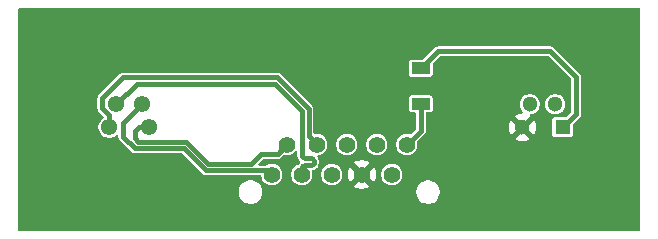
<source format=gtl>
G04 #@! TF.GenerationSoftware,KiCad,Pcbnew,9.0.4*
G04 #@! TF.CreationDate,2025-10-27T14:40:34-04:00*
G04 #@! TF.ProjectId,main_board_peripheral_v1,6d61696e-5f62-46f6-9172-645f70657269,rev?*
G04 #@! TF.SameCoordinates,Original*
G04 #@! TF.FileFunction,Copper,L1,Top*
G04 #@! TF.FilePolarity,Positive*
%FSLAX46Y46*%
G04 Gerber Fmt 4.6, Leading zero omitted, Abs format (unit mm)*
G04 Created by KiCad (PCBNEW 9.0.4) date 2025-10-27 14:40:34*
%MOMM*%
%LPD*%
G01*
G04 APERTURE LIST*
G04 #@! TA.AperFunction,ComponentPad*
%ADD10C,1.397000*%
G04 #@! TD*
G04 #@! TA.AperFunction,ComponentPad*
%ADD11R,1.300000X1.300000*%
G04 #@! TD*
G04 #@! TA.AperFunction,ComponentPad*
%ADD12C,1.300000*%
G04 #@! TD*
G04 #@! TA.AperFunction,ComponentPad*
%ADD13C,1.381000*%
G04 #@! TD*
G04 #@! TA.AperFunction,SMDPad,CuDef*
%ADD14R,1.600000X1.000000*%
G04 #@! TD*
G04 #@! TA.AperFunction,Conductor*
%ADD15C,0.200000*%
G04 #@! TD*
G04 #@! TA.AperFunction,Conductor*
%ADD16C,0.400000*%
G04 #@! TD*
G04 APERTURE END LIST*
D10*
X125880000Y-71500000D03*
X127150000Y-68960000D03*
X128420000Y-71500000D03*
X129690000Y-68960000D03*
X130960000Y-71500000D03*
X132230000Y-68960000D03*
X133500000Y-71500000D03*
X134770000Y-68960000D03*
X136040000Y-71500000D03*
X137310000Y-68960000D03*
D11*
X150500000Y-67500000D03*
D12*
X149875000Y-65550000D03*
X147100000Y-67500000D03*
X147725000Y-65550000D03*
D13*
X112100000Y-67500000D03*
X112725000Y-65550000D03*
X115500000Y-67500000D03*
X114875000Y-65550000D03*
D14*
X138500000Y-62500000D03*
X138500000Y-65500000D03*
D15*
X137990000Y-68280000D02*
X137310000Y-68960000D01*
X138030000Y-68280000D02*
X137990000Y-68280000D01*
D16*
X138030000Y-68280000D02*
X137350000Y-68960000D01*
X129010000Y-68240000D02*
X129690000Y-68920000D01*
X129690000Y-68920000D02*
X129690000Y-68960000D01*
X128420000Y-71500000D02*
X128420000Y-71008094D01*
X128420000Y-71008094D02*
X128460000Y-70968094D01*
X125560000Y-71140000D02*
X125920000Y-71500000D01*
X125225000Y-71140000D02*
X125560000Y-71140000D01*
X125880000Y-71460000D02*
X125560000Y-71140000D01*
X125880000Y-71500000D02*
X125880000Y-71460000D01*
X126587500Y-69522500D02*
X127150000Y-68960000D01*
X126587500Y-69562500D02*
X126587500Y-69522500D01*
X126587500Y-69562500D02*
X127190000Y-68960000D01*
X138500000Y-67810000D02*
X138030000Y-68280000D01*
X138500000Y-65500000D02*
X138500000Y-67810000D01*
X151650000Y-63250000D02*
X149450000Y-61050000D01*
X151650000Y-66350000D02*
X151650000Y-63250000D01*
X139975000Y-61050000D02*
X138525000Y-62500000D01*
X138525000Y-62500000D02*
X138500000Y-62500000D01*
X149450000Y-61050000D02*
X139975000Y-61050000D01*
X150500000Y-67500000D02*
X151650000Y-66350000D01*
X129010000Y-65921090D02*
X126363910Y-63275000D01*
X111525000Y-65900000D02*
X112100000Y-66475000D01*
X129010000Y-68240000D02*
X129010000Y-65921090D01*
X126363910Y-63275000D02*
X113300000Y-63275000D01*
X112100000Y-66475000D02*
X112100000Y-67500000D01*
X129730000Y-68960000D02*
X129010000Y-68240000D01*
X111525000Y-65050000D02*
X111525000Y-65900000D01*
X113300000Y-63275000D02*
X111525000Y-65050000D01*
X128460000Y-66148910D02*
X126136090Y-63825000D01*
X128460000Y-69888094D02*
X128460000Y-69768094D01*
X114450000Y-63825000D02*
X112725000Y-65550000D01*
X129460000Y-70488094D02*
X129460000Y-70368094D01*
X128460000Y-69768094D02*
X128460000Y-69417308D01*
X128460000Y-69417308D02*
X128460000Y-66148910D01*
X126136090Y-63825000D02*
X114450000Y-63825000D01*
X128700000Y-70728094D02*
X129220000Y-70728094D01*
X129220000Y-70128094D02*
X128700000Y-70128094D01*
X128460000Y-71500000D02*
X128460000Y-70968094D01*
X129220000Y-70728094D02*
G75*
G03*
X129459994Y-70488094I0J239994D01*
G01*
X129460000Y-70368094D02*
G75*
G03*
X129220000Y-70128100I-240000J-6D01*
G01*
X128460000Y-70968094D02*
G75*
G02*
X128700000Y-70728100I240000J-6D01*
G01*
X128700000Y-70128094D02*
G75*
G02*
X128460006Y-69888094I0J239994D01*
G01*
X118411090Y-69275000D02*
X120276090Y-71140000D01*
X120276090Y-71140000D02*
X125225000Y-71140000D01*
X114875000Y-65550000D02*
X113300000Y-67125000D01*
X114275000Y-69275000D02*
X118411090Y-69275000D01*
D15*
X125920000Y-70920000D02*
X125920000Y-71500000D01*
D16*
X113300000Y-67125000D02*
X113300000Y-68300000D01*
X113300000Y-68300000D02*
X114275000Y-69275000D01*
X120503910Y-70590000D02*
X124160000Y-70590000D01*
X124160000Y-70590000D02*
X125000000Y-69750000D01*
X126400000Y-69750000D02*
X126587500Y-69562500D01*
X114575000Y-68725000D02*
X118638910Y-68725000D01*
X125000000Y-69750000D02*
X126400000Y-69750000D01*
X114275000Y-68425000D02*
X114575000Y-68725000D01*
X114600000Y-67500000D02*
X114275000Y-67825000D01*
X118638910Y-68725000D02*
X120503910Y-70590000D01*
X114275000Y-67825000D02*
X114275000Y-68425000D01*
X115500000Y-67500000D02*
X114600000Y-67500000D01*
G04 #@! TA.AperFunction,Conductor*
G36*
X157042539Y-57420185D02*
G01*
X157088294Y-57472989D01*
X157099500Y-57524500D01*
X157099500Y-76150500D01*
X157079815Y-76217539D01*
X157027011Y-76263294D01*
X156975500Y-76274500D01*
X104524500Y-76274500D01*
X104457461Y-76254815D01*
X104411706Y-76202011D01*
X104400500Y-76150500D01*
X104400500Y-73078552D01*
X123079400Y-73078552D01*
X123117852Y-73271858D01*
X123117855Y-73271868D01*
X123193278Y-73453957D01*
X123193279Y-73453959D01*
X123302784Y-73617844D01*
X123302787Y-73617848D01*
X123442152Y-73757213D01*
X123442156Y-73757216D01*
X123606039Y-73866720D01*
X123606040Y-73866720D01*
X123606041Y-73866721D01*
X123606043Y-73866722D01*
X123788132Y-73942145D01*
X123788137Y-73942147D01*
X123788141Y-73942147D01*
X123788142Y-73942148D01*
X123981448Y-73980600D01*
X123981451Y-73980600D01*
X124178553Y-73980600D01*
X124308606Y-73954730D01*
X124371865Y-73942147D01*
X124553963Y-73866720D01*
X124717846Y-73757216D01*
X124857217Y-73617845D01*
X124966721Y-73453962D01*
X125042148Y-73271864D01*
X125080601Y-73078552D01*
X138109398Y-73078552D01*
X138147850Y-73271858D01*
X138147853Y-73271868D01*
X138223276Y-73453957D01*
X138223277Y-73453959D01*
X138332782Y-73617844D01*
X138332785Y-73617848D01*
X138472150Y-73757213D01*
X138472154Y-73757216D01*
X138636037Y-73866720D01*
X138636038Y-73866720D01*
X138636039Y-73866721D01*
X138636041Y-73866722D01*
X138818130Y-73942145D01*
X138818135Y-73942147D01*
X138818139Y-73942147D01*
X138818140Y-73942148D01*
X139011446Y-73980600D01*
X139011449Y-73980600D01*
X139208551Y-73980600D01*
X139338604Y-73954730D01*
X139401863Y-73942147D01*
X139583961Y-73866720D01*
X139747844Y-73757216D01*
X139887215Y-73617845D01*
X139996719Y-73453962D01*
X140072146Y-73271864D01*
X140110599Y-73078550D01*
X140110599Y-72881450D01*
X140110599Y-72881447D01*
X140072147Y-72688141D01*
X140072146Y-72688140D01*
X140072146Y-72688136D01*
X140004593Y-72525048D01*
X139996721Y-72506042D01*
X139996720Y-72506040D01*
X139887215Y-72342155D01*
X139887212Y-72342151D01*
X139747847Y-72202786D01*
X139747843Y-72202783D01*
X139583958Y-72093278D01*
X139583956Y-72093277D01*
X139401867Y-72017854D01*
X139401857Y-72017851D01*
X139208551Y-71979400D01*
X139208549Y-71979400D01*
X139011449Y-71979400D01*
X139011447Y-71979400D01*
X138818140Y-72017851D01*
X138818130Y-72017854D01*
X138636041Y-72093277D01*
X138636039Y-72093278D01*
X138472154Y-72202783D01*
X138472150Y-72202786D01*
X138332785Y-72342151D01*
X138332782Y-72342155D01*
X138223277Y-72506040D01*
X138223276Y-72506042D01*
X138147853Y-72688131D01*
X138147850Y-72688141D01*
X138109399Y-72881447D01*
X138109399Y-72881450D01*
X138109399Y-73078550D01*
X138109399Y-73078552D01*
X138109398Y-73078552D01*
X125080601Y-73078552D01*
X125080601Y-73078550D01*
X125080601Y-72881450D01*
X125080601Y-72881447D01*
X125042149Y-72688141D01*
X125042148Y-72688140D01*
X125042148Y-72688136D01*
X124974595Y-72525048D01*
X124966723Y-72506042D01*
X124966722Y-72506040D01*
X124857217Y-72342155D01*
X124857214Y-72342151D01*
X124717849Y-72202786D01*
X124717845Y-72202783D01*
X124553960Y-72093278D01*
X124553958Y-72093277D01*
X124371869Y-72017854D01*
X124371859Y-72017851D01*
X124178553Y-71979400D01*
X124178551Y-71979400D01*
X123981451Y-71979400D01*
X123981449Y-71979400D01*
X123788142Y-72017851D01*
X123788132Y-72017854D01*
X123606043Y-72093277D01*
X123606041Y-72093278D01*
X123442156Y-72202783D01*
X123442152Y-72202786D01*
X123302787Y-72342151D01*
X123302784Y-72342155D01*
X123193279Y-72506040D01*
X123193278Y-72506042D01*
X123117855Y-72688131D01*
X123117852Y-72688141D01*
X123079401Y-72881447D01*
X123079401Y-72881450D01*
X123079401Y-73078550D01*
X123079401Y-73078552D01*
X123079400Y-73078552D01*
X104400500Y-73078552D01*
X104400500Y-64997273D01*
X111124500Y-64997273D01*
X111124500Y-65847273D01*
X111124500Y-65952727D01*
X111129675Y-65972040D01*
X111151793Y-66054589D01*
X111178156Y-66100250D01*
X111204520Y-66145913D01*
X111204522Y-66145915D01*
X111625699Y-66567092D01*
X111659184Y-66628415D01*
X111654200Y-66698107D01*
X111612328Y-66754040D01*
X111606910Y-66757875D01*
X111532017Y-66807917D01*
X111407917Y-66932017D01*
X111407914Y-66932021D01*
X111310409Y-67077946D01*
X111310402Y-67077959D01*
X111243242Y-67240100D01*
X111243239Y-67240110D01*
X111209000Y-67412241D01*
X111209000Y-67412244D01*
X111209000Y-67587756D01*
X111209000Y-67587758D01*
X111208999Y-67587758D01*
X111243239Y-67759889D01*
X111243242Y-67759899D01*
X111310402Y-67922040D01*
X111310409Y-67922053D01*
X111407914Y-68067978D01*
X111407917Y-68067982D01*
X111532017Y-68192082D01*
X111532021Y-68192085D01*
X111677946Y-68289590D01*
X111677959Y-68289597D01*
X111824992Y-68350499D01*
X111840105Y-68356759D01*
X111840109Y-68356759D01*
X111840110Y-68356760D01*
X112012241Y-68391000D01*
X112012244Y-68391000D01*
X112187758Y-68391000D01*
X112314453Y-68365798D01*
X112359895Y-68356759D01*
X112522047Y-68289594D01*
X112667979Y-68192085D01*
X112677211Y-68182853D01*
X112687819Y-68172246D01*
X112749142Y-68138761D01*
X112818834Y-68143745D01*
X112874767Y-68185617D01*
X112899184Y-68251081D01*
X112899500Y-68259927D01*
X112899500Y-68352727D01*
X112900581Y-68356760D01*
X112926793Y-68454589D01*
X112943525Y-68483568D01*
X112979520Y-68545913D01*
X114029087Y-69595480D01*
X114120412Y-69648207D01*
X114222273Y-69675500D01*
X114327727Y-69675500D01*
X118193835Y-69675500D01*
X118260874Y-69695185D01*
X118281516Y-69711819D01*
X120030177Y-71460480D01*
X120121502Y-71513207D01*
X120223363Y-71540500D01*
X124869679Y-71540500D01*
X124936718Y-71560185D01*
X124982473Y-71612989D01*
X124991296Y-71640309D01*
X125015546Y-71762221D01*
X125015549Y-71762233D01*
X125083312Y-71925829D01*
X125083319Y-71925842D01*
X125181700Y-72073078D01*
X125181703Y-72073082D01*
X125306917Y-72198296D01*
X125306921Y-72198299D01*
X125454157Y-72296680D01*
X125454170Y-72296687D01*
X125563931Y-72342151D01*
X125617771Y-72364452D01*
X125791451Y-72398999D01*
X125791455Y-72399000D01*
X125791456Y-72399000D01*
X125968545Y-72399000D01*
X125968546Y-72398999D01*
X126142229Y-72364452D01*
X126305836Y-72296684D01*
X126453079Y-72198299D01*
X126578299Y-72073079D01*
X126676684Y-71925836D01*
X126681501Y-71914208D01*
X126736822Y-71780650D01*
X126744452Y-71762229D01*
X126779000Y-71588544D01*
X126779000Y-71411456D01*
X126744452Y-71237771D01*
X126740020Y-71227070D01*
X126676687Y-71074170D01*
X126676680Y-71074157D01*
X126578299Y-70926921D01*
X126578296Y-70926917D01*
X126453082Y-70801703D01*
X126453078Y-70801700D01*
X126305842Y-70703319D01*
X126305829Y-70703312D01*
X126142233Y-70635549D01*
X126142221Y-70635546D01*
X125968548Y-70601000D01*
X125968544Y-70601000D01*
X125791456Y-70601000D01*
X125791451Y-70601000D01*
X125617778Y-70635546D01*
X125617766Y-70635549D01*
X125454170Y-70703312D01*
X125454157Y-70703319D01*
X125431286Y-70718602D01*
X125364609Y-70739480D01*
X125362395Y-70739500D01*
X124876255Y-70739500D01*
X124809216Y-70719815D01*
X124763461Y-70667011D01*
X124753517Y-70597853D01*
X124782542Y-70534297D01*
X124788574Y-70527819D01*
X125129574Y-70186819D01*
X125190897Y-70153334D01*
X125217255Y-70150500D01*
X126452725Y-70150500D01*
X126452727Y-70150500D01*
X126554588Y-70123207D01*
X126645913Y-70070480D01*
X126844383Y-69872008D01*
X126905704Y-69838525D01*
X126956255Y-69838074D01*
X127061453Y-69859000D01*
X127061456Y-69859000D01*
X127238545Y-69859000D01*
X127238546Y-69858999D01*
X127412229Y-69824452D01*
X127575836Y-69756684D01*
X127723079Y-69658299D01*
X127768983Y-69612395D01*
X127847819Y-69533560D01*
X127909142Y-69500075D01*
X127978834Y-69505059D01*
X128034767Y-69546931D01*
X128059184Y-69612395D01*
X128059500Y-69621241D01*
X128059500Y-69948392D01*
X128059504Y-69948457D01*
X128059504Y-69960251D01*
X128091619Y-70100968D01*
X128091620Y-70100970D01*
X128091621Y-70100974D01*
X128154238Y-70231006D01*
X128154240Y-70231009D01*
X128154241Y-70231011D01*
X128244231Y-70343858D01*
X128244232Y-70343859D01*
X128248573Y-70349302D01*
X128247170Y-70350420D01*
X128258452Y-70372766D01*
X128274272Y-70401737D01*
X128274124Y-70403803D01*
X128275059Y-70405655D01*
X128271642Y-70438499D01*
X128269288Y-70471429D01*
X128267977Y-70473739D01*
X128267831Y-70475150D01*
X128263396Y-70481816D01*
X128249927Y-70505566D01*
X128245009Y-70511711D01*
X128244238Y-70512327D01*
X128159966Y-70617997D01*
X128158799Y-70618812D01*
X128110598Y-70655087D01*
X127994167Y-70703314D01*
X127994157Y-70703319D01*
X127846921Y-70801700D01*
X127846917Y-70801703D01*
X127721703Y-70926917D01*
X127721700Y-70926921D01*
X127623319Y-71074157D01*
X127623312Y-71074170D01*
X127555549Y-71237766D01*
X127555546Y-71237778D01*
X127521000Y-71411451D01*
X127521000Y-71588548D01*
X127555546Y-71762221D01*
X127555549Y-71762233D01*
X127623312Y-71925829D01*
X127623319Y-71925842D01*
X127721700Y-72073078D01*
X127721703Y-72073082D01*
X127846917Y-72198296D01*
X127846921Y-72198299D01*
X127994157Y-72296680D01*
X127994170Y-72296687D01*
X128103931Y-72342151D01*
X128157771Y-72364452D01*
X128331451Y-72398999D01*
X128331455Y-72399000D01*
X128331456Y-72399000D01*
X128508545Y-72399000D01*
X128508546Y-72398999D01*
X128682229Y-72364452D01*
X128845836Y-72296684D01*
X128993079Y-72198299D01*
X129118299Y-72073079D01*
X129216684Y-71925836D01*
X129221501Y-71914208D01*
X129276822Y-71780650D01*
X129284452Y-71762229D01*
X129319000Y-71588544D01*
X129319000Y-71411456D01*
X129318999Y-71411451D01*
X130061000Y-71411451D01*
X130061000Y-71588548D01*
X130095546Y-71762221D01*
X130095549Y-71762233D01*
X130163312Y-71925829D01*
X130163319Y-71925842D01*
X130261700Y-72073078D01*
X130261703Y-72073082D01*
X130386917Y-72198296D01*
X130386921Y-72198299D01*
X130534157Y-72296680D01*
X130534170Y-72296687D01*
X130643931Y-72342151D01*
X130697771Y-72364452D01*
X130871451Y-72398999D01*
X130871455Y-72399000D01*
X130871456Y-72399000D01*
X131048545Y-72399000D01*
X131048546Y-72398999D01*
X131222229Y-72364452D01*
X131243565Y-72355614D01*
X131269218Y-72344989D01*
X131385829Y-72296687D01*
X131385829Y-72296686D01*
X131385836Y-72296684D01*
X131533079Y-72198299D01*
X131658299Y-72073079D01*
X131756684Y-71925836D01*
X131761501Y-71914208D01*
X131816822Y-71780650D01*
X131824452Y-71762229D01*
X131859000Y-71588544D01*
X131859000Y-71411456D01*
X131857850Y-71405676D01*
X132301500Y-71405676D01*
X132301500Y-71594323D01*
X132331011Y-71780650D01*
X132389304Y-71960061D01*
X132389305Y-71960063D01*
X132474952Y-72128153D01*
X132493189Y-72153255D01*
X132493190Y-72153255D01*
X133062352Y-71584093D01*
X133085792Y-71671571D01*
X133144311Y-71772930D01*
X133227070Y-71855689D01*
X133328429Y-71914208D01*
X133415905Y-71937647D01*
X132846743Y-72506808D01*
X132846743Y-72506809D01*
X132871844Y-72525046D01*
X133039935Y-72610694D01*
X133039938Y-72610695D01*
X133219349Y-72668988D01*
X133405677Y-72698500D01*
X133594323Y-72698500D01*
X133780650Y-72668988D01*
X133960061Y-72610695D01*
X133960064Y-72610694D01*
X134128151Y-72525048D01*
X134153255Y-72506808D01*
X134153256Y-72506808D01*
X133584095Y-71937647D01*
X133671571Y-71914208D01*
X133772930Y-71855689D01*
X133855689Y-71772930D01*
X133914208Y-71671571D01*
X133937647Y-71584094D01*
X134506808Y-72153256D01*
X134506808Y-72153255D01*
X134525048Y-72128151D01*
X134610694Y-71960064D01*
X134610695Y-71960061D01*
X134668988Y-71780650D01*
X134698500Y-71594323D01*
X134698500Y-71411451D01*
X135141000Y-71411451D01*
X135141000Y-71588548D01*
X135175546Y-71762221D01*
X135175549Y-71762233D01*
X135243312Y-71925829D01*
X135243319Y-71925842D01*
X135341700Y-72073078D01*
X135341703Y-72073082D01*
X135466917Y-72198296D01*
X135466921Y-72198299D01*
X135614157Y-72296680D01*
X135614170Y-72296687D01*
X135723931Y-72342151D01*
X135777771Y-72364452D01*
X135951451Y-72398999D01*
X135951455Y-72399000D01*
X135951456Y-72399000D01*
X136128545Y-72399000D01*
X136128546Y-72398999D01*
X136302229Y-72364452D01*
X136465836Y-72296684D01*
X136613079Y-72198299D01*
X136738299Y-72073079D01*
X136836684Y-71925836D01*
X136841501Y-71914208D01*
X136896822Y-71780650D01*
X136904452Y-71762229D01*
X136939000Y-71588544D01*
X136939000Y-71411456D01*
X136904452Y-71237771D01*
X136900020Y-71227070D01*
X136836687Y-71074170D01*
X136836680Y-71074157D01*
X136738299Y-70926921D01*
X136738296Y-70926917D01*
X136613082Y-70801703D01*
X136613078Y-70801700D01*
X136465842Y-70703319D01*
X136465829Y-70703312D01*
X136302233Y-70635549D01*
X136302221Y-70635546D01*
X136128548Y-70601000D01*
X136128544Y-70601000D01*
X135951456Y-70601000D01*
X135951451Y-70601000D01*
X135777778Y-70635546D01*
X135777766Y-70635549D01*
X135614170Y-70703312D01*
X135614157Y-70703319D01*
X135466921Y-70801700D01*
X135466917Y-70801703D01*
X135341703Y-70926917D01*
X135341700Y-70926921D01*
X135243319Y-71074157D01*
X135243312Y-71074170D01*
X135175549Y-71237766D01*
X135175546Y-71237778D01*
X135141000Y-71411451D01*
X134698500Y-71411451D01*
X134698500Y-71405676D01*
X134668988Y-71219349D01*
X134610695Y-71039938D01*
X134610694Y-71039935D01*
X134525046Y-70871844D01*
X134506809Y-70846743D01*
X134506808Y-70846743D01*
X133937647Y-71415904D01*
X133914208Y-71328429D01*
X133855689Y-71227070D01*
X133772930Y-71144311D01*
X133671571Y-71085792D01*
X133584094Y-71062352D01*
X134153255Y-70493190D01*
X134153255Y-70493189D01*
X134128153Y-70474952D01*
X133960063Y-70389305D01*
X133960061Y-70389304D01*
X133780650Y-70331011D01*
X133594323Y-70301500D01*
X133405677Y-70301500D01*
X133219349Y-70331011D01*
X133039938Y-70389304D01*
X133039936Y-70389305D01*
X132871844Y-70474953D01*
X132871839Y-70474957D01*
X132846743Y-70493188D01*
X132846743Y-70493191D01*
X133415906Y-71062352D01*
X133328429Y-71085792D01*
X133227070Y-71144311D01*
X133144311Y-71227070D01*
X133085792Y-71328429D01*
X133062352Y-71415905D01*
X132493191Y-70846743D01*
X132493188Y-70846743D01*
X132474957Y-70871839D01*
X132474953Y-70871844D01*
X132389305Y-71039936D01*
X132389304Y-71039938D01*
X132331011Y-71219349D01*
X132301500Y-71405676D01*
X131857850Y-71405676D01*
X131824452Y-71237771D01*
X131820020Y-71227070D01*
X131756687Y-71074170D01*
X131756680Y-71074157D01*
X131658299Y-70926921D01*
X131658296Y-70926917D01*
X131533082Y-70801703D01*
X131533078Y-70801700D01*
X131385842Y-70703319D01*
X131385829Y-70703312D01*
X131269215Y-70655010D01*
X131222229Y-70635548D01*
X131222221Y-70635546D01*
X131048548Y-70601000D01*
X131048544Y-70601000D01*
X130871456Y-70601000D01*
X130871451Y-70601000D01*
X130697778Y-70635546D01*
X130697766Y-70635549D01*
X130534170Y-70703312D01*
X130534157Y-70703319D01*
X130386921Y-70801700D01*
X130386917Y-70801703D01*
X130261703Y-70926917D01*
X130261700Y-70926921D01*
X130163319Y-71074157D01*
X130163312Y-71074170D01*
X130095549Y-71237766D01*
X130095546Y-71237778D01*
X130061000Y-71411451D01*
X129318999Y-71411451D01*
X129287450Y-71252843D01*
X129287378Y-71252468D01*
X129290688Y-71218057D01*
X129293764Y-71183687D01*
X129294027Y-71183347D01*
X129294069Y-71182920D01*
X129315415Y-71155815D01*
X129336627Y-71128509D01*
X129337081Y-71128303D01*
X129337298Y-71128029D01*
X129338953Y-71127457D01*
X129381560Y-71108196D01*
X129432886Y-71096482D01*
X129562928Y-71033856D01*
X129675773Y-70943862D01*
X129765764Y-70831014D01*
X129828387Y-70700970D01*
X129860502Y-70560252D01*
X129860500Y-70488084D01*
X129860500Y-70482181D01*
X129860500Y-70425670D01*
X129860501Y-70425667D01*
X129860500Y-70419454D01*
X129860506Y-70419434D01*
X129860505Y-70368084D01*
X129860506Y-70368084D01*
X129860504Y-70295917D01*
X129828384Y-70155204D01*
X129802264Y-70100968D01*
X129763292Y-70020043D01*
X129751938Y-69951102D01*
X129779660Y-69886967D01*
X129837655Y-69848001D01*
X129850799Y-69844627D01*
X129952229Y-69824452D01*
X130115836Y-69756684D01*
X130263079Y-69658299D01*
X130388299Y-69533079D01*
X130486684Y-69385836D01*
X130554452Y-69222229D01*
X130589000Y-69048544D01*
X130589000Y-68871456D01*
X130588999Y-68871453D01*
X130588999Y-68871451D01*
X131331000Y-68871451D01*
X131331000Y-69048548D01*
X131365546Y-69222221D01*
X131365549Y-69222233D01*
X131433312Y-69385829D01*
X131433319Y-69385842D01*
X131531700Y-69533078D01*
X131531703Y-69533082D01*
X131656917Y-69658296D01*
X131656921Y-69658299D01*
X131804157Y-69756680D01*
X131804170Y-69756687D01*
X131967766Y-69824450D01*
X131967771Y-69824452D01*
X132141451Y-69858999D01*
X132141455Y-69859000D01*
X132141456Y-69859000D01*
X132318545Y-69859000D01*
X132318546Y-69858999D01*
X132492229Y-69824452D01*
X132655836Y-69756684D01*
X132803079Y-69658299D01*
X132928299Y-69533079D01*
X133026684Y-69385836D01*
X133094452Y-69222229D01*
X133129000Y-69048544D01*
X133129000Y-68871456D01*
X133128999Y-68871453D01*
X133128999Y-68871451D01*
X133871000Y-68871451D01*
X133871000Y-69048548D01*
X133905546Y-69222221D01*
X133905549Y-69222233D01*
X133973312Y-69385829D01*
X133973319Y-69385842D01*
X134071700Y-69533078D01*
X134071703Y-69533082D01*
X134196917Y-69658296D01*
X134196921Y-69658299D01*
X134344157Y-69756680D01*
X134344170Y-69756687D01*
X134507766Y-69824450D01*
X134507771Y-69824452D01*
X134681451Y-69858999D01*
X134681455Y-69859000D01*
X134681456Y-69859000D01*
X134858545Y-69859000D01*
X134858546Y-69858999D01*
X135032229Y-69824452D01*
X135195836Y-69756684D01*
X135343079Y-69658299D01*
X135468299Y-69533079D01*
X135566684Y-69385836D01*
X135634452Y-69222229D01*
X135669000Y-69048544D01*
X135669000Y-68871456D01*
X135668999Y-68871453D01*
X135668999Y-68871451D01*
X136411000Y-68871451D01*
X136411000Y-69048548D01*
X136445546Y-69222221D01*
X136445549Y-69222233D01*
X136513312Y-69385829D01*
X136513319Y-69385842D01*
X136611700Y-69533078D01*
X136611703Y-69533082D01*
X136736917Y-69658296D01*
X136736921Y-69658299D01*
X136884157Y-69756680D01*
X136884170Y-69756687D01*
X137047766Y-69824450D01*
X137047771Y-69824452D01*
X137221451Y-69858999D01*
X137221455Y-69859000D01*
X137221456Y-69859000D01*
X137398545Y-69859000D01*
X137398546Y-69858999D01*
X137572229Y-69824452D01*
X137735836Y-69756684D01*
X137883079Y-69658299D01*
X138008299Y-69533079D01*
X138106684Y-69385836D01*
X138174452Y-69222229D01*
X138209000Y-69048544D01*
X138209000Y-68871456D01*
X138209000Y-68871455D01*
X138209000Y-68871453D01*
X138188074Y-68766255D01*
X138194301Y-68696663D01*
X138222007Y-68654384D01*
X138350480Y-68525913D01*
X138820480Y-68055913D01*
X138873206Y-67964588D01*
X138873207Y-67964587D01*
X138900500Y-67862727D01*
X138900500Y-67409493D01*
X145950000Y-67409493D01*
X145950000Y-67590506D01*
X145978317Y-67769293D01*
X146034251Y-67941444D01*
X146034252Y-67941447D01*
X146116431Y-68102730D01*
X146127913Y-68118532D01*
X146127913Y-68118533D01*
X146700000Y-67546446D01*
X146700000Y-67552661D01*
X146727259Y-67654394D01*
X146779920Y-67745606D01*
X146854394Y-67820080D01*
X146945606Y-67872741D01*
X147047339Y-67900000D01*
X147053553Y-67900000D01*
X146481466Y-68472085D01*
X146481466Y-68472086D01*
X146497267Y-68483566D01*
X146497275Y-68483571D01*
X146658552Y-68565747D01*
X146658555Y-68565748D01*
X146830706Y-68621682D01*
X147009494Y-68650000D01*
X147190506Y-68650000D01*
X147369293Y-68621682D01*
X147541444Y-68565748D01*
X147541452Y-68565745D01*
X147702730Y-68483568D01*
X147718532Y-68472085D01*
X147718533Y-68472085D01*
X147146448Y-67900000D01*
X147152661Y-67900000D01*
X147254394Y-67872741D01*
X147345606Y-67820080D01*
X147420080Y-67745606D01*
X147472741Y-67654394D01*
X147500000Y-67552661D01*
X147500000Y-67546448D01*
X148072085Y-68118533D01*
X148072085Y-68118532D01*
X148083568Y-68102730D01*
X148165745Y-67941452D01*
X148165748Y-67941444D01*
X148221682Y-67769293D01*
X148250000Y-67590506D01*
X148250000Y-67409493D01*
X148221682Y-67230706D01*
X148165748Y-67058555D01*
X148165747Y-67058552D01*
X148083571Y-66897275D01*
X148083566Y-66897267D01*
X148072085Y-66881466D01*
X147500000Y-67453551D01*
X147500000Y-67447339D01*
X147472741Y-67345606D01*
X147420080Y-67254394D01*
X147345606Y-67179920D01*
X147254394Y-67127259D01*
X147152661Y-67100000D01*
X147146447Y-67100000D01*
X147719290Y-66527156D01*
X147733060Y-66461608D01*
X147782112Y-66411851D01*
X147818123Y-66398639D01*
X147822170Y-66397834D01*
X147973082Y-66367816D01*
X148127863Y-66303703D01*
X148267162Y-66210626D01*
X148385626Y-66092162D01*
X148478703Y-65952863D01*
X148542816Y-65798082D01*
X148575500Y-65633767D01*
X148575500Y-65466233D01*
X148575499Y-65466228D01*
X149024500Y-65466228D01*
X149024500Y-65633771D01*
X149057182Y-65798074D01*
X149057184Y-65798082D01*
X149121295Y-65952860D01*
X149214373Y-66092162D01*
X149332837Y-66210626D01*
X149402931Y-66257461D01*
X149472137Y-66303703D01*
X149472138Y-66303703D01*
X149472139Y-66303704D01*
X149507201Y-66318227D01*
X149626918Y-66367816D01*
X149777830Y-66397834D01*
X149791228Y-66400499D01*
X149791232Y-66400500D01*
X149791233Y-66400500D01*
X149958768Y-66400500D01*
X149958769Y-66400499D01*
X150123082Y-66367816D01*
X150277863Y-66303703D01*
X150417162Y-66210626D01*
X150535626Y-66092162D01*
X150628703Y-65952863D01*
X150692816Y-65798082D01*
X150725500Y-65633767D01*
X150725500Y-65466233D01*
X150692816Y-65301918D01*
X150628703Y-65147137D01*
X150597537Y-65100494D01*
X150535626Y-65007837D01*
X150417162Y-64889373D01*
X150277860Y-64796295D01*
X150123082Y-64732184D01*
X150123074Y-64732182D01*
X149958771Y-64699500D01*
X149958767Y-64699500D01*
X149791233Y-64699500D01*
X149791228Y-64699500D01*
X149626925Y-64732182D01*
X149626917Y-64732184D01*
X149472139Y-64796295D01*
X149332837Y-64889373D01*
X149214373Y-65007837D01*
X149121295Y-65147139D01*
X149057184Y-65301917D01*
X149057182Y-65301925D01*
X149024500Y-65466228D01*
X148575499Y-65466228D01*
X148542816Y-65301918D01*
X148478703Y-65147137D01*
X148447537Y-65100494D01*
X148385626Y-65007837D01*
X148267162Y-64889373D01*
X148127860Y-64796295D01*
X147973082Y-64732184D01*
X147973074Y-64732182D01*
X147808771Y-64699500D01*
X147808767Y-64699500D01*
X147641233Y-64699500D01*
X147641228Y-64699500D01*
X147476925Y-64732182D01*
X147476917Y-64732184D01*
X147322139Y-64796295D01*
X147182837Y-64889373D01*
X147064373Y-65007837D01*
X146971295Y-65147139D01*
X146907184Y-65301917D01*
X146907182Y-65301925D01*
X146874500Y-65466228D01*
X146874500Y-65633771D01*
X146907182Y-65798074D01*
X146907184Y-65798082D01*
X146971295Y-65952860D01*
X147064373Y-66092162D01*
X147110530Y-66138319D01*
X147144015Y-66199642D01*
X147139031Y-66269334D01*
X147097159Y-66325267D01*
X147031695Y-66349684D01*
X147022849Y-66350000D01*
X147009494Y-66350000D01*
X146830706Y-66378317D01*
X146658555Y-66434251D01*
X146658547Y-66434254D01*
X146497269Y-66516432D01*
X146481466Y-66527912D01*
X146481466Y-66527913D01*
X147053554Y-67100000D01*
X147047339Y-67100000D01*
X146945606Y-67127259D01*
X146854394Y-67179920D01*
X146779920Y-67254394D01*
X146727259Y-67345606D01*
X146700000Y-67447339D01*
X146700000Y-67453553D01*
X146127912Y-66881466D01*
X146116432Y-66897269D01*
X146034254Y-67058547D01*
X146034251Y-67058555D01*
X145978317Y-67230706D01*
X145950000Y-67409493D01*
X138900500Y-67409493D01*
X138900500Y-66324500D01*
X138920185Y-66257461D01*
X138972989Y-66211706D01*
X139024500Y-66200500D01*
X139319750Y-66200500D01*
X139319751Y-66200499D01*
X139334568Y-66197552D01*
X139378229Y-66188868D01*
X139378229Y-66188867D01*
X139378231Y-66188867D01*
X139444552Y-66144552D01*
X139488867Y-66078231D01*
X139488867Y-66078229D01*
X139488868Y-66078229D01*
X139500499Y-66019752D01*
X139500500Y-66019750D01*
X139500500Y-64980249D01*
X139500499Y-64980247D01*
X139488868Y-64921770D01*
X139488867Y-64921769D01*
X139444552Y-64855447D01*
X139378230Y-64811132D01*
X139378229Y-64811131D01*
X139319752Y-64799500D01*
X139319748Y-64799500D01*
X137680252Y-64799500D01*
X137680247Y-64799500D01*
X137621770Y-64811131D01*
X137621769Y-64811132D01*
X137555447Y-64855447D01*
X137511132Y-64921769D01*
X137511131Y-64921770D01*
X137499500Y-64980247D01*
X137499500Y-66019752D01*
X137511131Y-66078229D01*
X137511132Y-66078230D01*
X137555447Y-66144552D01*
X137621769Y-66188867D01*
X137621770Y-66188868D01*
X137680247Y-66200499D01*
X137680250Y-66200500D01*
X137680252Y-66200500D01*
X137975500Y-66200500D01*
X138042539Y-66220185D01*
X138088294Y-66272989D01*
X138099500Y-66324500D01*
X138099500Y-67592745D01*
X138079815Y-67659784D01*
X138063181Y-67680426D01*
X137784087Y-67959519D01*
X137784086Y-67959520D01*
X137682342Y-68061262D01*
X137621019Y-68094746D01*
X137570471Y-68095197D01*
X137398548Y-68061000D01*
X137398544Y-68061000D01*
X137221456Y-68061000D01*
X137221451Y-68061000D01*
X137047778Y-68095546D01*
X137047766Y-68095549D01*
X136884170Y-68163312D01*
X136884157Y-68163319D01*
X136736921Y-68261700D01*
X136736917Y-68261703D01*
X136611703Y-68386917D01*
X136611700Y-68386921D01*
X136513319Y-68534157D01*
X136513312Y-68534170D01*
X136445549Y-68697766D01*
X136445546Y-68697778D01*
X136411000Y-68871451D01*
X135668999Y-68871451D01*
X135648074Y-68766255D01*
X135634452Y-68697771D01*
X135633993Y-68696663D01*
X135566687Y-68534170D01*
X135566680Y-68534157D01*
X135468299Y-68386921D01*
X135468296Y-68386917D01*
X135343082Y-68261703D01*
X135343078Y-68261700D01*
X135195842Y-68163319D01*
X135195829Y-68163312D01*
X135032233Y-68095549D01*
X135032221Y-68095546D01*
X134858548Y-68061000D01*
X134858544Y-68061000D01*
X134681456Y-68061000D01*
X134681451Y-68061000D01*
X134507778Y-68095546D01*
X134507766Y-68095549D01*
X134344170Y-68163312D01*
X134344157Y-68163319D01*
X134196921Y-68261700D01*
X134196917Y-68261703D01*
X134071703Y-68386917D01*
X134071700Y-68386921D01*
X133973319Y-68534157D01*
X133973312Y-68534170D01*
X133905549Y-68697766D01*
X133905546Y-68697778D01*
X133871000Y-68871451D01*
X133128999Y-68871451D01*
X133108074Y-68766255D01*
X133094452Y-68697771D01*
X133093993Y-68696663D01*
X133026687Y-68534170D01*
X133026680Y-68534157D01*
X132928299Y-68386921D01*
X132928296Y-68386917D01*
X132803082Y-68261703D01*
X132803078Y-68261700D01*
X132655842Y-68163319D01*
X132655829Y-68163312D01*
X132492233Y-68095549D01*
X132492221Y-68095546D01*
X132318548Y-68061000D01*
X132318544Y-68061000D01*
X132141456Y-68061000D01*
X132141451Y-68061000D01*
X131967778Y-68095546D01*
X131967766Y-68095549D01*
X131804170Y-68163312D01*
X131804157Y-68163319D01*
X131656921Y-68261700D01*
X131656917Y-68261703D01*
X131531703Y-68386917D01*
X131531700Y-68386921D01*
X131433319Y-68534157D01*
X131433312Y-68534170D01*
X131365549Y-68697766D01*
X131365546Y-68697778D01*
X131331000Y-68871451D01*
X130588999Y-68871451D01*
X130568074Y-68766255D01*
X130554452Y-68697771D01*
X130553993Y-68696663D01*
X130486687Y-68534170D01*
X130486680Y-68534157D01*
X130388299Y-68386921D01*
X130388296Y-68386917D01*
X130263082Y-68261703D01*
X130263078Y-68261700D01*
X130115842Y-68163319D01*
X130115829Y-68163312D01*
X129952233Y-68095549D01*
X129952221Y-68095546D01*
X129778548Y-68061000D01*
X129778544Y-68061000D01*
X129601456Y-68061000D01*
X129601452Y-68061000D01*
X129558691Y-68069506D01*
X129489100Y-68063279D01*
X129433922Y-68020416D01*
X129410678Y-67954526D01*
X129410500Y-67947889D01*
X129410500Y-65868365D01*
X129410500Y-65868363D01*
X129383207Y-65766503D01*
X129330480Y-65675177D01*
X129255913Y-65600610D01*
X126609823Y-62954520D01*
X126564160Y-62928156D01*
X126518499Y-62901793D01*
X126467567Y-62888146D01*
X126416637Y-62874500D01*
X113352727Y-62874500D01*
X113247273Y-62874500D01*
X113145410Y-62901793D01*
X113054087Y-62954520D01*
X113054084Y-62954522D01*
X111204522Y-64804084D01*
X111204520Y-64804087D01*
X111151791Y-64895413D01*
X111130188Y-64976045D01*
X111129061Y-64980252D01*
X111124500Y-64997273D01*
X104400500Y-64997273D01*
X104400500Y-61980247D01*
X137499500Y-61980247D01*
X137499500Y-63019752D01*
X137511131Y-63078229D01*
X137511132Y-63078230D01*
X137555447Y-63144552D01*
X137621769Y-63188867D01*
X137621770Y-63188868D01*
X137680247Y-63200499D01*
X137680250Y-63200500D01*
X137680252Y-63200500D01*
X139319750Y-63200500D01*
X139319751Y-63200499D01*
X139335981Y-63197271D01*
X139378229Y-63188868D01*
X139378229Y-63188867D01*
X139378231Y-63188867D01*
X139444552Y-63144552D01*
X139488867Y-63078231D01*
X139488867Y-63078229D01*
X139488868Y-63078229D01*
X139500499Y-63019752D01*
X139500500Y-63019750D01*
X139500500Y-62142254D01*
X139520185Y-62075215D01*
X139536819Y-62054573D01*
X140104573Y-61486819D01*
X140165896Y-61453334D01*
X140192254Y-61450500D01*
X149232745Y-61450500D01*
X149299784Y-61470185D01*
X149320426Y-61486819D01*
X151213181Y-63379574D01*
X151246666Y-63440897D01*
X151249500Y-63467255D01*
X151249500Y-66132745D01*
X151229815Y-66199784D01*
X151213181Y-66220426D01*
X150820426Y-66613181D01*
X150759103Y-66646666D01*
X150732745Y-66649500D01*
X149830247Y-66649500D01*
X149771770Y-66661131D01*
X149771769Y-66661132D01*
X149705447Y-66705447D01*
X149661132Y-66771769D01*
X149661131Y-66771770D01*
X149649500Y-66830247D01*
X149649500Y-68169752D01*
X149661131Y-68228229D01*
X149661132Y-68228230D01*
X149705447Y-68294552D01*
X149771769Y-68338867D01*
X149771770Y-68338868D01*
X149830247Y-68350499D01*
X149830250Y-68350500D01*
X149830252Y-68350500D01*
X151169750Y-68350500D01*
X151169751Y-68350499D01*
X151184568Y-68347552D01*
X151228229Y-68338868D01*
X151228229Y-68338867D01*
X151228231Y-68338867D01*
X151294552Y-68294552D01*
X151338867Y-68228231D01*
X151338867Y-68228229D01*
X151338868Y-68228229D01*
X151350499Y-68169752D01*
X151350500Y-68169750D01*
X151350500Y-67267253D01*
X151370185Y-67200214D01*
X151386815Y-67179576D01*
X151885703Y-66680687D01*
X151885708Y-66680684D01*
X151895911Y-66670480D01*
X151895913Y-66670480D01*
X151970480Y-66595913D01*
X152023207Y-66504587D01*
X152032638Y-66469390D01*
X152050501Y-66402727D01*
X152050501Y-66297273D01*
X152050500Y-66297269D01*
X152050500Y-63197273D01*
X152029906Y-63120413D01*
X152029906Y-63120412D01*
X152029906Y-63120411D01*
X152023207Y-63095412D01*
X152013286Y-63078229D01*
X151970480Y-63004087D01*
X149695913Y-60729520D01*
X149650250Y-60703156D01*
X149604589Y-60676793D01*
X149553657Y-60663146D01*
X149502727Y-60649500D01*
X149502726Y-60649500D01*
X140035339Y-60649500D01*
X140035323Y-60649499D01*
X140027727Y-60649499D01*
X139922273Y-60649499D01*
X139854366Y-60667695D01*
X139820412Y-60676793D01*
X139729084Y-60729522D01*
X138695426Y-61763181D01*
X138634103Y-61796666D01*
X138607745Y-61799500D01*
X137680247Y-61799500D01*
X137621770Y-61811131D01*
X137621769Y-61811132D01*
X137555447Y-61855447D01*
X137511132Y-61921769D01*
X137511131Y-61921770D01*
X137499500Y-61980247D01*
X104400500Y-61980247D01*
X104400500Y-57524500D01*
X104420185Y-57457461D01*
X104472989Y-57411706D01*
X104524500Y-57400500D01*
X156975500Y-57400500D01*
X157042539Y-57420185D01*
G37*
G04 #@! TD.AperFunction*
M02*

</source>
